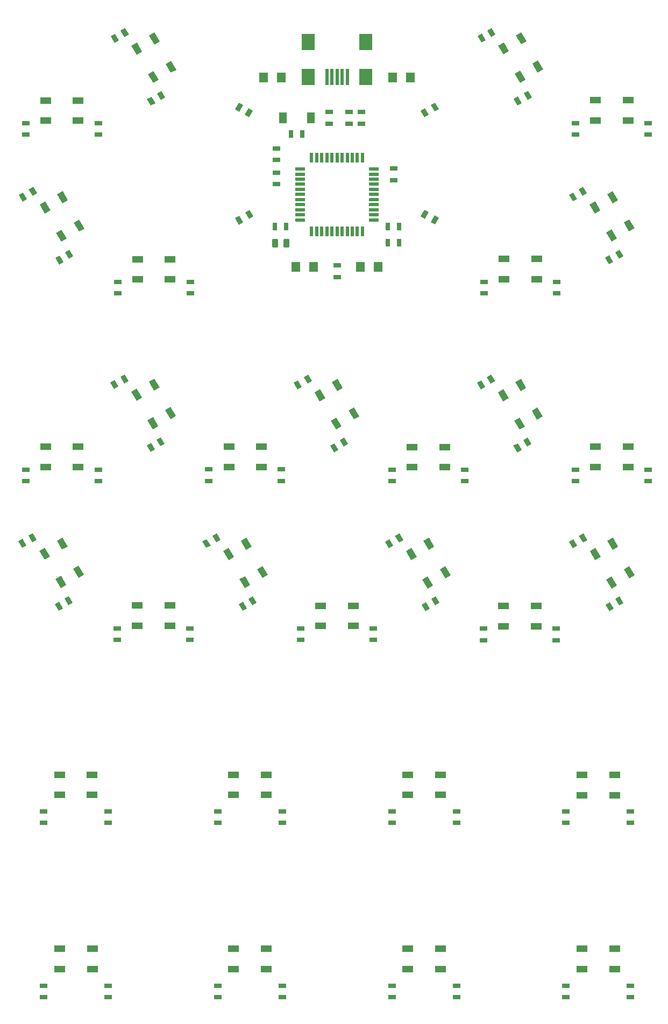
<source format=gtp>
G04 EAGLE Gerber X2 export*
G75*
%MOIN*%
%FSLAX24Y24*%
%LPD*%
%AMOC8*
5,1,8,0,0,1.08239X$1,22.5*%
G01*
%ADD10R,0.031496X0.047244*%
%ADD11R,0.065000X0.039370*%
%ADD12R,0.047244X0.031496*%
%ADD13R,0.055118X0.062992*%
%ADD14R,0.019685X0.059055*%
%ADD15R,0.059055X0.019685*%
%ADD16R,0.049213X0.066929*%
%ADD17C,0.008750*%
%ADD18R,0.019685X0.098425*%
%ADD19R,0.078740X0.098425*%


D10*
G36*
X16860Y34750D02*
X17130Y34907D01*
X17366Y34500D01*
X17096Y34343D01*
X16860Y34750D01*
G37*
G36*
X16247Y34395D02*
X16517Y34552D01*
X16753Y34145D01*
X16483Y33988D01*
X16247Y34395D01*
G37*
D11*
G36*
X18889Y32254D02*
X19214Y31693D01*
X18873Y31496D01*
X18548Y32057D01*
X18889Y32254D01*
G37*
G36*
X17874Y34012D02*
X18199Y33451D01*
X17858Y33254D01*
X17533Y33815D01*
X17874Y34012D01*
G37*
G36*
X18965Y34642D02*
X19290Y34081D01*
X18949Y33884D01*
X18624Y34445D01*
X18965Y34642D01*
G37*
G36*
X19980Y32884D02*
X20305Y32323D01*
X19964Y32126D01*
X19639Y32687D01*
X19980Y32884D01*
G37*
D10*
G36*
X19110Y30853D02*
X19380Y31010D01*
X19616Y30603D01*
X19346Y30446D01*
X19110Y30853D01*
G37*
G36*
X18497Y30498D02*
X18767Y30655D01*
X19003Y30248D01*
X18733Y30091D01*
X18497Y30498D01*
G37*
D12*
X6413Y6886D03*
X6413Y6177D03*
D11*
X9428Y7902D03*
X7399Y7902D03*
X7399Y9161D03*
X9428Y9161D03*
D12*
X10413Y6886D03*
X10413Y6177D03*
D10*
X27736Y52892D03*
X28445Y52892D03*
D13*
X21142Y63142D03*
X20039Y63142D03*
D10*
X21736Y59642D03*
X22445Y59642D03*
X28445Y53892D03*
X27736Y53892D03*
D12*
X28091Y57496D03*
X28091Y56787D03*
D10*
X21445Y53892D03*
X20736Y53892D03*
D12*
X20841Y56537D03*
X20841Y57246D03*
X20841Y58746D03*
X20841Y58037D03*
X24091Y60996D03*
X24091Y60287D03*
X25341Y60287D03*
X25341Y60996D03*
X26091Y60287D03*
X26091Y60996D03*
D14*
X26165Y58175D03*
X25850Y58175D03*
X25535Y58175D03*
X25220Y58175D03*
X24906Y58175D03*
X24591Y58175D03*
X24276Y58175D03*
X23961Y58175D03*
X23646Y58175D03*
X23331Y58175D03*
X23016Y58175D03*
D15*
X22307Y57467D03*
X22307Y57152D03*
X22307Y56837D03*
X22307Y56522D03*
X22307Y56207D03*
X22307Y55892D03*
X22307Y55577D03*
X22307Y55262D03*
X22307Y54947D03*
X22307Y54632D03*
X22307Y54317D03*
D14*
X23016Y53608D03*
X23331Y53608D03*
X23646Y53608D03*
X23961Y53608D03*
X24276Y53608D03*
X24591Y53608D03*
X24906Y53608D03*
X25220Y53608D03*
X25535Y53608D03*
X25850Y53608D03*
X26165Y53608D03*
D15*
X26874Y54317D03*
X26874Y54632D03*
X26874Y54947D03*
X26874Y55262D03*
X26874Y55577D03*
X26874Y55892D03*
X26874Y56207D03*
X26874Y56522D03*
X26874Y56837D03*
X26874Y57152D03*
X26874Y57467D03*
D16*
X22957Y60642D03*
X21224Y60642D03*
D17*
X21310Y53098D02*
X21572Y53098D01*
X21572Y52686D01*
X21310Y52686D01*
X21310Y53098D01*
X21310Y52773D02*
X21572Y52773D01*
X21572Y52860D02*
X21310Y52860D01*
X21310Y52947D02*
X21572Y52947D01*
X21572Y53034D02*
X21310Y53034D01*
X20872Y53098D02*
X20610Y53098D01*
X20872Y53098D02*
X20872Y52686D01*
X20610Y52686D01*
X20610Y53098D01*
X20610Y52773D02*
X20872Y52773D01*
X20872Y52860D02*
X20610Y52860D01*
X20610Y52947D02*
X20872Y52947D01*
X20872Y53034D02*
X20610Y53034D01*
D12*
X24591Y51496D03*
X24591Y50787D03*
D18*
X24591Y63157D03*
X24906Y63157D03*
X23961Y63157D03*
X24276Y63157D03*
D19*
X22819Y65323D03*
X26362Y65323D03*
X22819Y63157D03*
X26362Y63157D03*
D18*
X25220Y63157D03*
D13*
X28039Y63142D03*
X29142Y63142D03*
X23142Y51392D03*
X22039Y51392D03*
X26039Y51392D03*
X27142Y51392D03*
D10*
G36*
X30047Y54385D02*
X29777Y54542D01*
X30013Y54949D01*
X30283Y54792D01*
X30047Y54385D01*
G37*
G36*
X30660Y54030D02*
X30390Y54187D01*
X30626Y54594D01*
X30896Y54437D01*
X30660Y54030D01*
G37*
G36*
X30283Y60825D02*
X30013Y60668D01*
X29777Y61075D01*
X30047Y61232D01*
X30283Y60825D01*
G37*
G36*
X30896Y61179D02*
X30626Y61022D01*
X30390Y61429D01*
X30660Y61586D01*
X30896Y61179D01*
G37*
G36*
X19114Y61229D02*
X19384Y61072D01*
X19148Y60665D01*
X18878Y60822D01*
X19114Y61229D01*
G37*
G36*
X18501Y61583D02*
X18771Y61426D01*
X18535Y61019D01*
X18265Y61176D01*
X18501Y61583D01*
G37*
G36*
X18893Y54777D02*
X19163Y54934D01*
X19399Y54527D01*
X19129Y54370D01*
X18893Y54777D01*
G37*
G36*
X18279Y54423D02*
X18549Y54580D01*
X18785Y54173D01*
X18515Y54016D01*
X18279Y54423D01*
G37*
D12*
X10957Y29014D03*
X10957Y28305D03*
D11*
X14221Y29170D03*
X12192Y29170D03*
X12192Y30429D03*
X14221Y30429D03*
D12*
X15457Y29014D03*
X15457Y28305D03*
X5287Y38850D03*
X5287Y38142D03*
D11*
X8552Y39006D03*
X6523Y39006D03*
X6523Y40266D03*
X8552Y40266D03*
D12*
X9787Y38850D03*
X9787Y38142D03*
X16652Y38862D03*
X16652Y38154D03*
D11*
X19916Y39018D03*
X17887Y39018D03*
X17887Y40278D03*
X19916Y40278D03*
D12*
X21152Y38862D03*
X21152Y38154D03*
D10*
G36*
X5459Y34755D02*
X5729Y34912D01*
X5965Y34505D01*
X5695Y34348D01*
X5459Y34755D01*
G37*
G36*
X4846Y34400D02*
X5116Y34557D01*
X5352Y34150D01*
X5082Y33993D01*
X4846Y34400D01*
G37*
D11*
G36*
X7488Y32259D02*
X7813Y31698D01*
X7472Y31501D01*
X7147Y32062D01*
X7488Y32259D01*
G37*
G36*
X6473Y34017D02*
X6798Y33456D01*
X6457Y33259D01*
X6132Y33820D01*
X6473Y34017D01*
G37*
G36*
X7564Y34647D02*
X7889Y34086D01*
X7548Y33889D01*
X7223Y34450D01*
X7564Y34647D01*
G37*
G36*
X8579Y32889D02*
X8904Y32328D01*
X8563Y32131D01*
X8238Y32692D01*
X8579Y32889D01*
G37*
D10*
G36*
X7709Y30858D02*
X7979Y31015D01*
X8215Y30608D01*
X7945Y30451D01*
X7709Y30858D01*
G37*
G36*
X7096Y30503D02*
X7366Y30660D01*
X7602Y30253D01*
X7332Y30096D01*
X7096Y30503D01*
G37*
G36*
X11158Y44594D02*
X11428Y44751D01*
X11664Y44344D01*
X11394Y44187D01*
X11158Y44594D01*
G37*
G36*
X10544Y44240D02*
X10814Y44397D01*
X11050Y43990D01*
X10780Y43833D01*
X10544Y44240D01*
G37*
D11*
G36*
X13186Y42099D02*
X13511Y41538D01*
X13170Y41341D01*
X12845Y41902D01*
X13186Y42099D01*
G37*
G36*
X12171Y43856D02*
X12496Y43295D01*
X12155Y43098D01*
X11830Y43659D01*
X12171Y43856D01*
G37*
G36*
X13262Y44486D02*
X13587Y43925D01*
X13246Y43728D01*
X12921Y44289D01*
X13262Y44486D01*
G37*
G36*
X14277Y42729D02*
X14602Y42168D01*
X14261Y41971D01*
X13936Y42532D01*
X14277Y42729D01*
G37*
D10*
G36*
X13408Y40697D02*
X13678Y40854D01*
X13914Y40447D01*
X13644Y40290D01*
X13408Y40697D01*
G37*
G36*
X12794Y40343D02*
X13064Y40500D01*
X13300Y40093D01*
X13030Y39936D01*
X12794Y40343D01*
G37*
G36*
X39585Y34732D02*
X39855Y34889D01*
X40091Y34482D01*
X39821Y34325D01*
X39585Y34732D01*
G37*
G36*
X38971Y34378D02*
X39241Y34535D01*
X39477Y34128D01*
X39207Y33971D01*
X38971Y34378D01*
G37*
D11*
G36*
X41613Y32237D02*
X41938Y31676D01*
X41597Y31479D01*
X41272Y32040D01*
X41613Y32237D01*
G37*
G36*
X40598Y33994D02*
X40923Y33433D01*
X40582Y33236D01*
X40257Y33797D01*
X40598Y33994D01*
G37*
G36*
X41689Y34624D02*
X42014Y34063D01*
X41673Y33866D01*
X41348Y34427D01*
X41689Y34624D01*
G37*
G36*
X42704Y32867D02*
X43029Y32306D01*
X42688Y32109D01*
X42363Y32670D01*
X42704Y32867D01*
G37*
D10*
G36*
X41835Y30835D02*
X42105Y30992D01*
X42341Y30585D01*
X42071Y30428D01*
X41835Y30835D01*
G37*
G36*
X41221Y30481D02*
X41491Y30638D01*
X41727Y30231D01*
X41457Y30074D01*
X41221Y30481D01*
G37*
D12*
X33681Y28996D03*
X33681Y28287D03*
D11*
X36946Y29152D03*
X34917Y29152D03*
X34917Y30412D03*
X36946Y30412D03*
D12*
X38181Y28996D03*
X38181Y28287D03*
X28012Y38833D03*
X28012Y38124D03*
D11*
X31276Y38988D03*
X29247Y38988D03*
X29247Y40248D03*
X31276Y40248D03*
D12*
X32512Y38833D03*
X32512Y38124D03*
X39376Y38844D03*
X39376Y38136D03*
D11*
X42641Y39000D03*
X40611Y39000D03*
X40611Y40260D03*
X42641Y40260D03*
D12*
X43876Y38844D03*
X43876Y38136D03*
D10*
G36*
X28184Y34737D02*
X28454Y34894D01*
X28690Y34487D01*
X28420Y34330D01*
X28184Y34737D01*
G37*
G36*
X27570Y34383D02*
X27840Y34540D01*
X28076Y34133D01*
X27806Y33976D01*
X27570Y34383D01*
G37*
D11*
G36*
X30212Y32242D02*
X30537Y31681D01*
X30196Y31484D01*
X29871Y32045D01*
X30212Y32242D01*
G37*
G36*
X29197Y33999D02*
X29522Y33438D01*
X29181Y33241D01*
X28856Y33802D01*
X29197Y33999D01*
G37*
G36*
X30288Y34629D02*
X30613Y34068D01*
X30272Y33871D01*
X29947Y34432D01*
X30288Y34629D01*
G37*
G36*
X31303Y32872D02*
X31628Y32311D01*
X31287Y32114D01*
X30962Y32675D01*
X31303Y32872D01*
G37*
D10*
G36*
X30434Y30840D02*
X30704Y30997D01*
X30940Y30590D01*
X30670Y30433D01*
X30434Y30840D01*
G37*
G36*
X29820Y30486D02*
X30090Y30643D01*
X30326Y30236D01*
X30056Y30079D01*
X29820Y30486D01*
G37*
G36*
X33882Y44577D02*
X34152Y44734D01*
X34388Y44327D01*
X34118Y44170D01*
X33882Y44577D01*
G37*
G36*
X33268Y44222D02*
X33538Y44379D01*
X33774Y43972D01*
X33504Y43815D01*
X33268Y44222D01*
G37*
D11*
G36*
X35910Y42081D02*
X36235Y41520D01*
X35894Y41323D01*
X35569Y41884D01*
X35910Y42081D01*
G37*
G36*
X34896Y43839D02*
X35221Y43278D01*
X34880Y43081D01*
X34555Y43642D01*
X34896Y43839D01*
G37*
G36*
X35987Y44468D02*
X36312Y43907D01*
X35971Y43710D01*
X35646Y44271D01*
X35987Y44468D01*
G37*
G36*
X37001Y42711D02*
X37326Y42150D01*
X36985Y41953D01*
X36660Y42514D01*
X37001Y42711D01*
G37*
D10*
G36*
X36132Y40679D02*
X36402Y40836D01*
X36638Y40429D01*
X36368Y40272D01*
X36132Y40679D01*
G37*
G36*
X35518Y40325D02*
X35788Y40482D01*
X36024Y40075D01*
X35754Y39918D01*
X35518Y40325D01*
G37*
G36*
X11180Y66046D02*
X11450Y66203D01*
X11686Y65796D01*
X11416Y65639D01*
X11180Y66046D01*
G37*
G36*
X10566Y65692D02*
X10836Y65849D01*
X11072Y65442D01*
X10802Y65285D01*
X10566Y65692D01*
G37*
D11*
G36*
X13208Y63551D02*
X13533Y62990D01*
X13192Y62793D01*
X12867Y63354D01*
X13208Y63551D01*
G37*
G36*
X12193Y65308D02*
X12518Y64747D01*
X12177Y64550D01*
X11852Y65111D01*
X12193Y65308D01*
G37*
G36*
X13284Y65938D02*
X13609Y65377D01*
X13268Y65180D01*
X12943Y65741D01*
X13284Y65938D01*
G37*
G36*
X14299Y64181D02*
X14624Y63620D01*
X14283Y63423D01*
X13958Y63984D01*
X14299Y64181D01*
G37*
D10*
G36*
X13430Y62149D02*
X13700Y62306D01*
X13936Y61899D01*
X13666Y61742D01*
X13430Y62149D01*
G37*
G36*
X12816Y61795D02*
X13086Y61952D01*
X13322Y61545D01*
X13052Y61388D01*
X12816Y61795D01*
G37*
D12*
X10986Y50469D03*
X10986Y49760D03*
D11*
X14251Y50624D03*
X12222Y50624D03*
X12222Y51884D03*
X14251Y51884D03*
D12*
X15486Y50469D03*
X15486Y49760D03*
X39380Y60307D03*
X39380Y59598D03*
D11*
X42644Y60463D03*
X40615Y60463D03*
X40615Y61723D03*
X42644Y61723D03*
D12*
X43880Y60307D03*
X43880Y59598D03*
D10*
G36*
X39577Y56217D02*
X39847Y56374D01*
X40083Y55967D01*
X39813Y55810D01*
X39577Y56217D01*
G37*
G36*
X38963Y55863D02*
X39233Y56020D01*
X39469Y55613D01*
X39199Y55456D01*
X38963Y55863D01*
G37*
D11*
G36*
X41605Y53722D02*
X41930Y53161D01*
X41589Y52964D01*
X41264Y53525D01*
X41605Y53722D01*
G37*
G36*
X40591Y55479D02*
X40916Y54918D01*
X40575Y54721D01*
X40250Y55282D01*
X40591Y55479D01*
G37*
G36*
X41682Y56109D02*
X42007Y55548D01*
X41666Y55351D01*
X41341Y55912D01*
X41682Y56109D01*
G37*
G36*
X42696Y54352D02*
X43021Y53791D01*
X42680Y53594D01*
X42355Y54155D01*
X42696Y54352D01*
G37*
D10*
G36*
X41827Y52320D02*
X42097Y52477D01*
X42333Y52070D01*
X42063Y51913D01*
X41827Y52320D01*
G37*
G36*
X41213Y51966D02*
X41483Y52123D01*
X41719Y51716D01*
X41449Y51559D01*
X41213Y51966D01*
G37*
G36*
X22520Y44579D02*
X22790Y44736D01*
X23026Y44329D01*
X22756Y44172D01*
X22520Y44579D01*
G37*
G36*
X21906Y44225D02*
X22176Y44382D01*
X22412Y43975D01*
X22142Y43818D01*
X21906Y44225D01*
G37*
D11*
G36*
X24548Y42084D02*
X24873Y41523D01*
X24532Y41326D01*
X24207Y41887D01*
X24548Y42084D01*
G37*
G36*
X23534Y43841D02*
X23859Y43280D01*
X23518Y43083D01*
X23193Y43644D01*
X23534Y43841D01*
G37*
G36*
X24625Y44471D02*
X24950Y43910D01*
X24609Y43713D01*
X24284Y44274D01*
X24625Y44471D01*
G37*
G36*
X25639Y42714D02*
X25964Y42153D01*
X25623Y41956D01*
X25298Y42517D01*
X25639Y42714D01*
G37*
D10*
G36*
X24770Y40682D02*
X25040Y40839D01*
X25276Y40432D01*
X25006Y40275D01*
X24770Y40682D01*
G37*
G36*
X24156Y40328D02*
X24426Y40485D01*
X24662Y40078D01*
X24392Y39921D01*
X24156Y40328D01*
G37*
D12*
X22327Y29002D03*
X22327Y28293D03*
D11*
X25591Y29158D03*
X23562Y29158D03*
X23562Y30418D03*
X25591Y30418D03*
D12*
X26827Y29002D03*
X26827Y28293D03*
D10*
G36*
X33910Y66054D02*
X34180Y66211D01*
X34416Y65804D01*
X34146Y65647D01*
X33910Y66054D01*
G37*
G36*
X33296Y65700D02*
X33566Y65857D01*
X33802Y65450D01*
X33532Y65293D01*
X33296Y65700D01*
G37*
D11*
G36*
X35938Y63559D02*
X36263Y62998D01*
X35922Y62801D01*
X35597Y63362D01*
X35938Y63559D01*
G37*
G36*
X34923Y65316D02*
X35248Y64755D01*
X34907Y64558D01*
X34582Y65119D01*
X34923Y65316D01*
G37*
G36*
X36015Y65946D02*
X36340Y65385D01*
X35999Y65188D01*
X35674Y65749D01*
X36015Y65946D01*
G37*
G36*
X37029Y64188D02*
X37354Y63627D01*
X37013Y63430D01*
X36688Y63991D01*
X37029Y64188D01*
G37*
D10*
G36*
X36160Y62157D02*
X36430Y62314D01*
X36666Y61907D01*
X36396Y61750D01*
X36160Y62157D01*
G37*
G36*
X35546Y61802D02*
X35816Y61959D01*
X36052Y61552D01*
X35782Y61395D01*
X35546Y61802D01*
G37*
D12*
X33717Y50476D03*
X33717Y49768D03*
D11*
X36981Y50632D03*
X34952Y50632D03*
X34952Y51892D03*
X36981Y51892D03*
D12*
X38217Y50476D03*
X38217Y49768D03*
X5287Y60301D03*
X5287Y59593D03*
D11*
X8552Y60457D03*
X6523Y60457D03*
X6523Y61717D03*
X8552Y61717D03*
D12*
X9787Y60301D03*
X9787Y59593D03*
D10*
G36*
X5485Y56211D02*
X5755Y56368D01*
X5991Y55961D01*
X5721Y55804D01*
X5485Y56211D01*
G37*
G36*
X4871Y55857D02*
X5141Y56014D01*
X5377Y55607D01*
X5107Y55450D01*
X4871Y55857D01*
G37*
D11*
G36*
X7513Y53716D02*
X7838Y53155D01*
X7497Y52958D01*
X7172Y53519D01*
X7513Y53716D01*
G37*
G36*
X6498Y55473D02*
X6823Y54912D01*
X6482Y54715D01*
X6157Y55276D01*
X6498Y55473D01*
G37*
G36*
X7589Y56103D02*
X7914Y55542D01*
X7573Y55345D01*
X7248Y55906D01*
X7589Y56103D01*
G37*
G36*
X8604Y54346D02*
X8929Y53785D01*
X8588Y53588D01*
X8263Y54149D01*
X8604Y54346D01*
G37*
D10*
G36*
X7735Y52314D02*
X8005Y52471D01*
X8241Y52064D01*
X7971Y51907D01*
X7735Y52314D01*
G37*
G36*
X7121Y51960D02*
X7391Y52117D01*
X7627Y51710D01*
X7357Y51553D01*
X7121Y51960D01*
G37*
D12*
X6404Y17677D03*
X6404Y16969D03*
D11*
X9418Y18693D03*
X7389Y18693D03*
X7389Y19953D03*
X9418Y19953D03*
D12*
X10404Y17677D03*
X10404Y16969D03*
X17199Y17675D03*
X17199Y16967D03*
D11*
X20213Y18691D03*
X18184Y18691D03*
X18184Y19951D03*
X20213Y19951D03*
D12*
X21199Y17675D03*
X21199Y16967D03*
X17199Y6886D03*
X17199Y6177D03*
D11*
X20213Y7902D03*
X18184Y7902D03*
X18184Y9161D03*
X20213Y9161D03*
D12*
X21199Y6886D03*
X21199Y6177D03*
X27998Y6882D03*
X27998Y6173D03*
D11*
X31013Y7898D03*
X28983Y7898D03*
X28983Y9157D03*
X31013Y9157D03*
D12*
X31998Y6882D03*
X31998Y6173D03*
X27988Y17673D03*
X27988Y16965D03*
D11*
X31003Y18689D03*
X28974Y18689D03*
X28974Y19949D03*
X31003Y19949D03*
D12*
X31988Y17673D03*
X31988Y16965D03*
X38783Y17671D03*
X38783Y16963D03*
D11*
X41798Y18687D03*
X39769Y18687D03*
X39769Y19947D03*
X41798Y19947D03*
D12*
X42783Y17671D03*
X42783Y16963D03*
X38783Y6882D03*
X38783Y6173D03*
D11*
X41798Y7898D03*
X39769Y7898D03*
X39769Y9157D03*
X41798Y9157D03*
D12*
X42783Y6882D03*
X42783Y6173D03*
M02*

</source>
